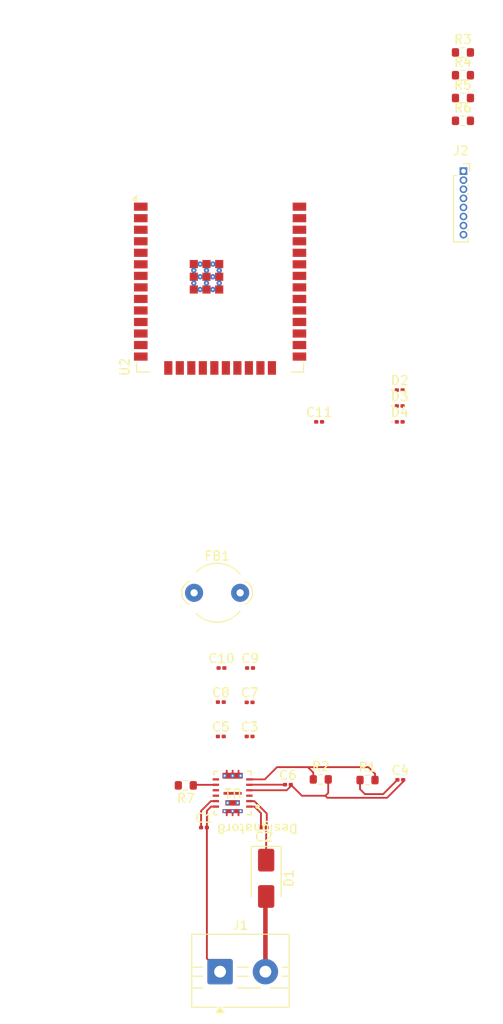
<source format=kicad_pcb>
(kicad_pcb (version 20241229) (generator "pcbnew") (generator_version "9.0")
  (layers (0 "F.Cu" signal) (2 "B.Cu" signal) (13 "F.Paste" user) (15 "B.Paste" user) (5 "F.SilkS" user "F.Silkscreen") (7 "B.SilkS" user "B.Silkscreen") (1 "F.Mask" user) (3 "B.Mask" user) (25 "Edge.Cuts" user))
  (net 0 "")
  (net 1 "+12V")
  (net 2 "GND")
  (net 3 "Net-(U1-VO)")
  (net 4 "+3.3V")
  (net 5 "Net-(U1-NR)")
  (net 6 "/EN")
  (net 7 "Net-(D1-A)")
  (net 8 "Net-(D2-A)")
  (net 9 "Net-(D3-A)")
  (net 10 "Net-(D4-A)")
  (net 11 "/to_SCK")
  (net 12 "/to_MISO")
  (net 13 "/to_NSS")
  (net 15 "/to_MOSI")
  (net 16 "/to_RST")
  (net 17 "Net-(U1-FB)")
  (net 18 "/green")
  (net 19 "/yellow")
  (net 20 "/red")
  (net 21 "/PG")
  (footprint "LED_SMD:LED_0201_0603Metric" (layer "F.Cu") (at 147.059 88.408)
    (property "Reference" "D4" (at 0 -1.05 0) (layer "F.SilkS"))
    (property "Value" "LED")
    (fp_circle (center -0.86 0) (end -0.81 0) (stroke (width 0.1)) (fill no) (layer "F.SilkS"))
    (pad "1" smd roundrect (at -0.32 0) (size 0.46 0.4) (layers "F.Cu" "F.Mask") (net 2 "GND"))
    (pad "2" smd roundrect (at 0.32 0) (size 0.46 0.4) (layers "F.Cu" "F.Mask") (net 10 "Net-(D4-A)"))
  )
  (footprint "Capacitor_SMD:C_0201_0603Metric" (layer "F.Cu") (at 134.7322 128.3716)
    (property "Reference" "C6" (at 0 -1.05 0) (layer "F.SilkS"))
    (property "Value" "470n")
    (pad "1" smd roundrect (at -0.32 0) (size 0.46 0.4) (layers "F.Cu" "F.Mask") (net 5 "Net-(U1-NR)"))
    (pad "2" smd roundrect (at 0.32 0) (size 0.46 0.4) (layers "F.Cu" "F.Mask") (net 2 "GND"))
  )
  (footprint "Resistor_SMD:R_0603_1608Metric" (layer "F.Cu") (at 123.4694 128.4478 180)
    (property "Reference" "R7" (at 0 -1.43 0) (layer "F.SilkS"))
    (property "Value" "10k")
    (fp_line (start -0.237258 0.5225) (end 0.237258 0.5225) (stroke (width 0.12)) (layer "F.SilkS"))
    (fp_line (start -0.237258 -0.5225) (end 0.237258 -0.5225) (stroke (width 0.12)) (layer "F.SilkS"))
    (pad "1" smd roundrect (at -0.825 0 180) (size 0.8 0.95) (layers "F.Cu" "F.Mask" "F.Paste") (net 21 "/PG"))
    (pad "2" smd roundrect (at 0.825 0 180) (size 0.8 0.95) (layers "F.Cu" "F.Mask" "F.Paste") (net 4 "+3.3V"))
  )
  (footprint "Ferrite_THT:LairdTech_28C0236-0JW-10" (layer "F.Cu") (at 124.3838 107.2388)
    (property "Reference" "FB1" (at 2.54 -4.064 0) (layer "F.SilkS"))
    (property "Value" "FerriteBead")
    (fp_arc (start -0.508 1.27) (mid -1.367832 0) (end -0.508 -1.27) (stroke (width 0.12)) (layer "F.SilkS"))
    (fp_arc (start 0.239932 -2.300068) (mid 2.71988 -3.24781) (end 5.08 -2.032) (stroke (width 0.12)) (layer "F.SilkS"))
    (fp_arc (start 5.064465 2.019572) (mid 2.71878 3.227946) (end 0.254 2.286) (stroke (width 0.12)) (layer "F.SilkS"))
    (fp_arc (start 5.588 -1.27) (mid 6.447832 0) (end 5.588 1.27) (stroke (width 0.12)) (layer "F.SilkS"))
    (pad "1" thru_hole circle (at 0 0) (size 2 2) (drill 0.8) (layers "*.Cu" "*.Mask") (net 4 "+3.3V"))
    (pad "2" thru_hole circle (at 5.08 0) (size 2 2) (drill 0.8) (layers "*.Cu" "*.Mask") (net 3 "Net-(U1-VO)"))
  )
  (footprint "Resistor_SMD:R_0603_1608Metric" (layer "F.Cu") (at 138.3538 127.7874)
    (property "Reference" "R2" (at 0 -1.43 0) (layer "F.SilkS"))
    (property "Value" "4.87k")
    (fp_line (start -0.237258 -0.5225) (end 0.237258 -0.5225) (stroke (width 0.12)) (layer "F.SilkS"))
    (fp_line (start -0.237258 0.5225) (end 0.237258 0.5225) (stroke (width 0.12)) (layer "F.SilkS"))
    (pad "1" smd roundrect (at -0.825 0) (size 0.8 0.95) (layers "F.Cu" "F.Mask" "F.Paste") (net 17 "Net-(U1-FB)"))
    (pad "2" smd roundrect (at 0.825 0) (size 0.8 0.95) (layers "F.Cu" "F.Mask" "F.Paste") (net 2 "GND"))
  )
  (footprint "TerminalBlock:TerminalBlock_MaiXu_MX126-5.0-02P_1x02_P5.00mm" (layer "F.Cu") (at 127.25 148.9675)
    (property "Reference" "J1" (at 2.25 -5.12 0) (layer "F.SilkS"))
    (property "Value" "Screw_Terminal_01x02")
    (fp_line (start -3.12 -4.12) (end 7.62 -4.12) (stroke (width 0.12)) (layer "F.SilkS"))
    (fp_line (start -3.12 -0.5) (end -1.88 -0.5) (stroke (width 0.12)) (layer "F.SilkS"))
    (fp_line (start -3.12 0.5) (end -1.88 0.5) (stroke (width 0.12)) (layer "F.SilkS"))
    (fp_line (start -3.12 1.8) (end -1.88 1.8) (stroke (width 0.12)) (layer "F.SilkS"))
    (fp_line (start -3.12 3.92) (end -3.12 -4.12) (stroke (width 0.12)) (layer "F.SilkS"))
    (fp_line (start -0.3 3.92) (end -3.12 3.92) (stroke (width 0.12)) (layer "F.SilkS"))
    (fp_line (start 1.88 -0.5) (end 3.188 -0.5) (stroke (width 0.12)) (layer "F.SilkS"))
    (fp_line (start 1.88 0.5) (end 3.188 0.5) (stroke (width 0.12)) (layer "F.SilkS"))
    (fp_line (start 1.88 1.8) (end 4.457 1.8) (stroke (width 0.12)) (layer "F.SilkS"))
    (fp_line (start 5.543 1.8) (end 7.62 1.8) (stroke (width 0.12)) (layer "F.SilkS"))
    (fp_line (start 6.812 -0.5) (end 7.62 -0.5) (stroke (width 0.12)) (layer "F.SilkS"))
    (fp_line (start 6.812 0.5) (end 7.62 0.5) (stroke (width 0.12)) (layer "F.SilkS"))
    (fp_line (start 7.62 -4.12) (end 7.62 3.92) (stroke (width 0.12)) (layer "F.SilkS"))
    (fp_line (start 7.62 3.92) (end 0.3 3.92) (stroke (width 0.12)) (layer "F.SilkS"))
    (fp_poly (pts (xy 0 3.92) (xy 0.44 4.53) (xy -0.44 4.53)) (stroke (width 0.12)) (fill yes) (layer "F.SilkS"))
    (pad "1" thru_hole roundrect (at 0 0) (size 2.8 2.8) (drill 1.3) (layers "*.Cu" "*.Mask") (roundrect_rratio 0.089286) (net 2 "GND"))
    (pad "2" thru_hole circle (at 5 0) (size 2.8 2.8) (drill 1.3) (layers "*.Cu" "*.Mask") (net 7 "Net-(D1-A)"))
  )
  (footprint "LED_SMD:LED_0201_0603Metric" (layer "F.Cu") (at 147.059 86.658)
    (property "Reference" "D3" (at 0 -1.05 0) (layer "F.SilkS"))
    (property "Value" "LED")
    (fp_circle (center -0.86 0) (end -0.81 0) (stroke (width 0.1)) (fill no) (layer "F.SilkS"))
    (pad "1" smd roundrect (at -0.32 0) (size 0.46 0.4) (layers "F.Cu" "F.Mask") (net 2 "GND"))
    (pad "2" smd roundrect (at 0.32 0) (size 0.46 0.4) (layers "F.Cu" "F.Mask") (net 9 "Net-(D3-A)"))
  )
  (footprint "Capacitor_SMD:C_0201_0603Metric" (layer "F.Cu") (at 130.5052 119.3038)
    (property "Reference" "C7" (at 0 -1.05 0) (layer "F.SilkS"))
    (property "Value" "22u")
    (pad "1" smd roundrect (at -0.32 0) (size 0.46 0.4) (layers "F.Cu" "F.Mask") (net 3 "Net-(U1-VO)"))
    (pad "2" smd roundrect (at 0.32 0) (size 0.46 0.4) (layers "F.Cu" "F.Mask") (net 2 "GND"))
  )
  (footprint "Capacitor_SMD:C_0201_0603Metric" (layer "F.Cu") (at 127.3302 123.063)
    (property "Reference" "C5" (at 0 -1.05 0) (layer "F.SilkS"))
    (property "Value" "22u")
    (pad "1" smd roundrect (at -0.32 0) (size 0.46 0.4) (layers "F.Cu" "F.Mask") (net 3 "Net-(U1-VO)"))
    (pad "2" smd roundrect (at 0.32 0) (size 0.46 0.4) (layers "F.Cu" "F.Mask") (net 2 "GND"))
  )
  (footprint "Capacitor_SMD:C_0201_0603Metric" (layer "F.Cu") (at 130.556 115.5192)
    (property "Reference" "C9" (at 0 -1.05 0) (layer "F.SilkS"))
    (property "Value" "22u")
    (pad "1" smd roundrect (at -0.32 0) (size 0.46 0.4) (layers "F.Cu" "F.Mask") (net 3 "Net-(U1-VO)"))
    (pad "2" smd roundrect (at 0.32 0) (size 0.46 0.4) (layers "F.Cu" "F.Mask") (net 2 "GND"))
  )
  (footprint "LED_SMD:LED_0201_0603Metric" (layer "F.Cu") (at 147.059 84.908)
    (property "Reference" "D2" (at 0 -1.05 0) (layer "F.SilkS"))
    (property "Value" "LED")
    (fp_circle (center -0.86 0) (end -0.81 0) (stroke (width 0.1)) (fill no) (layer "F.SilkS"))
    (pad "1" smd roundrect (at -0.32 0) (size 0.46 0.4) (layers "F.Cu" "F.Mask") (net 2 "GND"))
    (pad "2" smd roundrect (at 0.32 0) (size 0.46 0.4) (layers "F.Cu" "F.Mask") (net 8 "Net-(D2-A)"))
  )
  (footprint "Capacitor_SMD:C_0201_0603Metric" (layer "F.Cu") (at 132.08 133.096 180)
    (property "Reference" "C2" (at 0 -1.05 0) (layer "F.SilkS"))
    (property "Value" "10u")
    (pad "1" smd roundrect (at -0.32 0 180) (size 0.46 0.4) (layers "F.Cu" "F.Mask") (net 1 "+12V"))
    (pad "2" smd roundrect (at 0.32 0 180) (size 0.46 0.4) (layers "F.Cu" "F.Mask") (net 2 "GND"))
  )
  (footprint "Capacitor_SMD:C_0201_0603Metric" (layer "F.Cu") (at 127.4064 115.5192)
    (property "Reference" "C10" (at 0 -1.05 0) (layer "F.SilkS"))
    (property "Value" "22u")
    (pad "1" smd roundrect (at -0.32 0) (size 0.46 0.4) (layers "F.Cu" "F.Mask") (net 3 "Net-(U1-VO)"))
    (pad "2" smd roundrect (at 0.32 0) (size 0.46 0.4) (layers "F.Cu" "F.Mask") (net 2 "GND"))
  )
  (footprint "Capacitor_SMD:C_0201_0603Metric" (layer "F.Cu") (at 130.5052 123.063)
    (property "Reference" "C3" (at 0 -1.05 0) (layer "F.SilkS"))
    (property "Value" "22u")
    (pad "1" smd roundrect (at -0.32 0) (size 0.46 0.4) (layers "F.Cu" "F.Mask") (net 3 "Net-(U1-VO)"))
    (pad "2" smd roundrect (at 0.32 0) (size 0.46 0.4) (layers "F.Cu" "F.Mask") (net 2 "GND"))
  )
  (footprint "Diode_SMD:D_SMA" (layer "F.Cu") (at 132.334 138.684 -90)
    (property "Reference" "D1" (at 0 -2.5 90) (layer "F.SilkS"))
    (property "Value" "D_Schottky")
    (fp_line (start -3.51 1.65) (end 2 1.65) (stroke (width 0.12)) (layer "F.SilkS"))
    (fp_line (start -3.51 -1.65) (end -3.51 1.65) (stroke (width 0.12)) (layer "F.SilkS"))
    (fp_line (start -3.51 -1.65) (end 2 -1.65) (stroke (width 0.12)) (layer "F.SilkS"))
    (pad "1" smd roundrect (at -2 0 270) (size 2.5 1.8) (layers "F.Cu" "F.Mask" "F.Paste") (roundrect_rratio 0.1388888889) (net 1 "+12V"))
    (pad "2" smd roundrect (at 2 0 270) (size 2.5 1.8) (layers "F.Cu" "F.Mask" "F.Paste") (roundrect_rratio 0.1388888889) (net 7 "Net-(D1-A)"))
  )
  (footprint "PPSM82916VCER:VCE0016A-MFG" (layer "F.Cu") (at 128.631999 129.286 180)
    (property "Reference" "U1" (at 0 0 180) (layer "F.SilkS"))
    (property "Value" "PPSM82916VCER")
    (fp_poly (pts (xy 1.074999 1.575001) (xy 1.124999 1.625001) (xy 1.124999 2.174999) (xy 1.074999 2.224999) (xy 0.799998 2.224999) (xy 0.749998 2.274999) (xy 0.750001 2.5) (xy 0.700001 2.55) (xy 0.600001 2.55) (xy 0.549999 2.5) (xy 0.549999 2.274999) (xy 0.499996 2.224999) (xy 0.15 2.224999) (xy 0.099997 2.274999) (xy 0.1 2.5) (xy 0.049997 2.55) (xy -0.05 2.55) (xy -0.1 2.5) (xy -0.1 2.274999) (xy -0.15 2.224999) (xy -0.499999 2.224999) (xy -0.549999 2.274999) (xy -0.549999 2.5) (xy -0.599999 2.55) (xy -0.699999 2.55) (xy -0.750001 2.5) (xy -0.750001 2.274999) (xy -0.800001 2.224999) (xy -1.074999 2.224999) (xy -1.124999 2.174999) (xy -1.124999 1.625001) (xy -1.074999 1.574998)) (fill yes) (layer "F.Cu"))
    (fp_poly (pts (xy -1.074999 -1.778) (xy -1.124999 -1.828) (xy -1.124999 -2.174999) (xy -1.074999 -2.224999) (xy -0.799998 -2.224999) (xy -0.749998 -2.274999) (xy -0.750001 -2.5) (xy -0.700001 -2.55) (xy -0.600001 -2.55) (xy -0.549999 -2.5) (xy -0.549999 -2.274999) (xy -0.499999 -2.224999) (xy -0.15 -2.224999) (xy -0.099997 -2.274999) (xy -0.1 -2.5) (xy -0.05 -2.55) (xy 0.05 -2.55) (xy 0.1 -2.5) (xy 0.1 -2.274999) (xy 0.149997 -2.224999) (xy 0.499999 -2.224999) (xy 0.549999 -2.274999) (xy 0.549999 -2.5) (xy 0.599999 -2.55) (xy 0.699999 -2.55) (xy 0.750001 -2.5) (xy 0.750001 -2.274999) (xy 0.800001 -2.224999) (xy 1.074999 -2.224999) (xy 1.124999 -2.174999) (xy 1.124999 -1.828) (xy 1.074999 -1.778)) (fill yes) (layer "F.Cu"))
    (fp_line (start 2.050001 2.4) (end 2.050001 2.000001) (stroke (width 0.15)) (layer "F.SilkS"))
    (fp_line (start 2.050001 -2.000001) (end 2.050001 -2.4) (stroke (width 0.15)) (layer "F.SilkS"))
    (fp_line (start 1.625001 2.4) (end 2.050001 2.4) (stroke (width 0.15)) (layer "F.SilkS"))
    (fp_line (start 1.625001 -2.4) (end 2.050001 -2.4) (stroke (width 0.15)) (layer "F.SilkS"))
    (fp_line (start -2.049998 2.4) (end -1.625001 2.4) (stroke (width 0.15)) (layer "F.SilkS"))
    (fp_line (start -2.049998 2.4) (end -2.049998 2.000001) (stroke (width 0.15)) (layer "F.SilkS"))
    (fp_line (start -2.049998 -2.000001) (end -2.049998 -2.4) (stroke (width 0.15)) (layer "F.SilkS"))
    (fp_line (start -2.049998 -2.4) (end -1.625001 -2.4) (stroke (width 0.15)) (layer "F.SilkS"))
    (fp_circle (center -2.75 -1.5) (end -2.624999 -1.5) (stroke (width 0.25)) (fill no) (layer "F.SilkS"))
    (fp_text user "Designator8" (at -2.7432 -3.9116 180) (layer "F.SilkS"))
    (pad "1" smd rect (at -1.849999 -1.5 180) (size 0.700001 0.249999) (layers "F.Cu" "F.Mask" "F.Paste") (net 2 "GND"))
    (pad "2" smd rect (at -1.849999 -0.900001 180) (size 0.700001 0.249999) (layers "F.Cu" "F.Mask" "F.Paste") (net 1 "+12V"))
    (pad "3" smd rect (at -1.849999 -0.299999 180) (size 0.700001 0.249999) (layers "F.Cu" "F.Mask" "F.Paste"))
    (pad "4" smd rect (at -1.849999 0.299999 180) (size 0.700001 0.249999) (layers "F.Cu" "F.Mask" "F.Paste") (net 2 "GND"))
    (pad "5" smd rect (at -1.849999 0.900001 180) (size 0.700001 0.249999) (layers "F.Cu" "F.Mask" "F.Paste") (net 5 "Net-(U1-NR)"))
    (pad "6" smd rect (at -1.849999 1.5 180) (size 0.700001 0.249999) (layers "F.Cu" "F.Mask" "F.Paste") (net 17 "Net-(U1-FB)"))
    (pad "7" smd circle (at -0.028123 1.940626 180) (size 0.550667 0.550667) (layers "F.Cu" "F.Mask") (net 3 "Net-(U1-VO)"))
    (pad "8" smd rect (at 1.849999 1.5 180) (size 0.700001 0.249999) (layers "F.Cu" "F.Mask" "F.Paste") (net 3 "Net-(U1-VO)"))
    (pad "9" smd rect (at 1.849999 0.900001 180) (size 0.700001 0.249999) (layers "F.Cu" "F.Mask" "F.Paste") (net 21 "/PG"))
    (pad "10" smd rect (at 1.849999 0.299999 180) (size 0.700001 0.249999) (layers "F.Cu" "F.Mask" "F.Paste") (net 2 "GND"))
    (pad "11" smd rect (at 1.849999 -0.299999 180) (size 0.700001 0.249999) (layers "F.Cu" "F.Mask" "F.Paste") (net 1 "+12V"))
    (pad "12" smd rect (at 1.849999 -0.900001 180) (size 0.700001 0.249999) (layers "F.Cu" "F.Mask" "F.Paste") (net 1 "+12V"))
    (pad "13" smd rect (at 1.849999 -1.5 180) (size 0.700001 0.249999) (layers "F.Cu" "F.Mask" "F.Paste") (net 2 "GND"))
    (pad "14" smd circle (at 0.660253 -2.019249 180) (size 0.434251 0.434251) (layers "F.Cu" "F.Mask"))
    (pad "15" smd rect (at 0 -1.09 180) (size 1.599999 0.599999) (layers "F.Cu" "F.Mask") (net 2 "GND"))
    (pad "16" smd rect (at 0 -0.04 180) (size 2.000001 0.299999) (layers "F.Cu" "F.Mask") (net 1 "+12V"))
    (pad "17" thru_hole circle (at -0.549999 -1.09 180) (size 0.499999 0.499999) (drill 0.2032) (layers "*.Cu" "*.Mask"))
    (pad "18" thru_hole circle (at 0.549999 -1.09 180) (size 0.499999 0.499999) (drill 0.2032) (layers "*.Cu" "*.Mask"))
    (pad "19" thru_hole circle (at -0.875 -2.002 180) (size 0.446999 0.446999) (drill 0.2032) (layers "*.Cu" "*.Mask"))
    (pad "20" thru_hole circle (at 0 -2.002 180) (size 0.446999 0.446999) (drill 0.2032) (layers "*.Cu" "*.Mask"))
    (pad "21" thru_hole circle (at 0.875 -2.002 180) (size 0.446999 0.446999) (drill 0.2032) (layers "*.Cu" "*.Mask"))
    (pad "22" thru_hole circle (at -0.875 1.899999 180) (size 0.499999 0.499999) (drill 0.2032) (layers "*.Cu" "*.Mask"))
    (pad "23" thru_hole circle (at 0 1.899999 180) (size 0.499999 0.499999) (drill 0.2032) (layers "*.Cu" "*.Mask"))
    (pad "24" thru_hole circle (at 0.875 1.899999 180) (size 0.499999 0.499999) (drill 0.2032) (layers "*.Cu" "*.Mask"))
  )
  (footprint "Resistor_SMD:R_0603_1608Metric" (layer "F.Cu") (at 143.51 127.8636)
    (property "Reference" "R1" (at 0 -1.43 0) (layer "F.SilkS"))
    (property "Value" "15.2k")
    (fp_line (start -0.237258 -0.5225) (end 0.237258 -0.5225) (stroke (width 0.12)) (layer "F.SilkS"))
    (fp_line (start -0.237258 0.5225) (end 0.237258 0.5225) (stroke (width 0.12)) (layer "F.SilkS"))
    (pad "1" smd roundrect (at -0.825 0) (size 0.8 0.95) (layers "F.Cu" "F.Mask" "F.Paste") (net 4 "+3.3V"))
    (pad "2" smd roundrect (at 0.825 0) (size 0.8 0.95) (layers "F.Cu" "F.Mask" "F.Paste") (net 17 "Net-(U1-FB)"))
  )
  (footprint "Capacitor_SMD:C_0201_0603Metric" (layer "F.Cu") (at 127.3302 119.2784)
    (property "Reference" "C8" (at 0 -1.05 0) (layer "F.SilkS"))
    (property "Value" "22u")
    (pad "1" smd roundrect (at -0.32 0) (size 0.46 0.4) (layers "F.Cu" "F.Mask") (net 3 "Net-(U1-VO)"))
    (pad "2" smd roundrect (at 0.32 0) (size 0.46 0.4) (layers "F.Cu" "F.Mask") (net 2 "GND"))
  )
  (footprint "RF_Module:ESP32-WROOM-32E" (layer "F.Cu") (at 127.254 69.968)
    (property "Reference" "U2" (at -10.5 13.5 90) (layer "F.SilkS") (effects (justify left)))
    (property "Value" "ESP32-WROOM-32E")
    (fp_line (start -9.2 12.95) (end -9.2 12) (stroke (width 0.12)) (layer "F.SilkS"))
    (fp_line (start -7.8 12.95) (end -9.2 12.95) (stroke (width 0.12)) (layer "F.SilkS"))
    (fp_line (start 7.8 12.95) (end 9.2 12.95) (stroke (width 0.12)) (layer "F.SilkS"))
    (fp_line (start 9.2 12.95) (end 9.2 12) (stroke (width 0.12)) (layer "F.SilkS"))
    (fp_poly (pts (xy -9.2 -6) (xy -9.7 -6) (xy -9.2 -6.5) (xy -9.2 -6)) (stroke (width 0.12)) (fill yes) (layer "F.SilkS"))
    (pad "1" smd rect (at -8.75 -5.26) (size 1.5 0.9) (layers "F.Cu" "F.Mask" "F.Paste") (net 2 "GND"))
    (pad "2" smd rect (at -8.75 -3.99) (size 1.5 0.9) (layers "F.Cu" "F.Mask" "F.Paste") (net 4 "+3.3V"))
    (pad "3" smd rect (at -8.75 -2.72) (size 1.5 0.9) (layers "F.Cu" "F.Mask" "F.Paste") (net 6 "/EN"))
    (pad "4" smd rect (at -8.75 -1.45) (size 1.5 0.9) (layers "F.Cu" "F.Mask" "F.Paste") (net 2 "GND"))
    (pad "5" smd rect (at -8.75 -0.18) (size 1.5 0.9) (layers "F.Cu" "F.Mask" "F.Paste") (net 2 "GND"))
    (pad "6" smd rect (at -8.75 1.09) (size 1.5 0.9) (layers "F.Cu" "F.Mask" "F.Paste"))
    (pad "7" smd rect (at -8.75 2.36) (size 1.5 0.9) (layers "F.Cu" "F.Mask" "F.Paste"))
    (pad "8" smd rect (at -8.75 3.63) (size 1.5 0.9) (layers "F.Cu" "F.Mask" "F.Paste") (net 20 "/red"))
    (pad "9" smd rect (at -8.75 4.9) (size 1.5 0.9) (layers "F.Cu" "F.Mask" "F.Paste"))
    (pad "10" smd rect (at -8.75 6.17) (size 1.5 0.9) (layers "F.Cu" "F.Mask" "F.Paste") (net 16 "/to_RST"))
    (pad "11" smd rect (at -8.75 7.44) (size 1.5 0.9) (layers "F.Cu" "F.Mask" "F.Paste") (net 18 "/green"))
    (pad "12" smd rect (at -8.75 8.71) (size 1.5 0.9) (layers "F.Cu" "F.Mask" "F.Paste") (net 19 "/yellow"))
    (pad "13" smd rect (at -8.75 9.98) (size 1.5 0.9) (layers "F.Cu" "F.Mask" "F.Paste"))
    (pad "14" smd rect (at -8.75 11.25) (size 1.5 0.9) (layers "F.Cu" "F.Mask" "F.Paste"))
    (pad "15" smd rect (at -5.715 12.5 90) (size 1.5 0.9) (layers "F.Cu" "F.Mask" "F.Paste") (net 2 "GND"))
    (pad "16" smd rect (at -4.445 12.5 90) (size 1.5 0.9) (layers "F.Cu" "F.Mask" "F.Paste"))
    (pad "17" smd rect (at -3.175 12.5 90) (size 1.5 0.9) (layers "F.Cu" "F.Mask" "F.Paste"))
    (pad "18" smd rect (at -1.905 12.5 90) (size 1.5 0.9) (layers "F.Cu" "F.Mask" "F.Paste"))
    (pad "19" smd rect (at -0.635 12.5 90) (size 1.5 0.9) (layers "F.Cu" "F.Mask" "F.Paste"))
    (pad "20" smd rect (at 0.635 12.5 90) (size 1.5 0.9) (layers "F.Cu" "F.Mask" "F.Paste"))
    (pad "21" smd rect (at 1.905 12.5 90) (size 1.5 0.9) (layers "F.Cu" "F.Mask" "F.Paste"))
    (pad "22" smd rect (at 3.175 12.5 90) (size 1.5 0.9) (layers "F.Cu" "F.Mask" "F.Paste"))
    (pad "23" smd rect (at 4.445 12.5 90) (size 1.5 0.9) (layers "F.Cu" "F.Mask" "F.Paste"))
    (pad "24" smd rect (at 5.715 12.5 90) (size 1.5 0.9) (layers "F.Cu" "F.Mask" "F.Paste"))
    (pad "25" smd rect (at 8.75 11.25) (size 1.5 0.9) (layers "F.Cu" "F.Mask" "F.Paste"))
    (pad "26" smd rect (at 8.75 9.98) (size 1.5 0.9) (layers "F.Cu" "F.Mask" "F.Paste"))
    (pad "27" smd rect (at 8.75 8.71) (size 1.5 0.9) (layers "F.Cu" "F.Mask" "F.Paste"))
    (pad "28" smd rect (at 8.75 7.44) (size 1.5 0.9) (layers "F.Cu" "F.Mask" "F.Paste"))
    (pad "29" smd rect (at 8.75 6.17) (size 1.5 0.9) (layers "F.Cu" "F.Mask" "F.Paste") (net 13 "/to_NSS"))
    (pad "30" smd rect (at 8.75 4.9) (size 1.5 0.9) (layers "F.Cu" "F.Mask" "F.Paste") (net 11 "/to_SCK"))
    (pad "31" smd rect (at 8.75 3.63) (size 1.5 0.9) (layers "F.Cu" "F.Mask" "F.Paste") (net 12 "/to_MISO"))
    (pad "32" smd rect (at 8.75 2.36) (size 1.5 0.9) (layers "F.Cu" "F.Mask" "F.Paste"))
    (pad "33" smd rect (at 8.75 1.09) (size 1.5 0.9) (layers "F.Cu" "F.Mask" "F.Paste"))
    (pad "34" smd rect (at 8.75 -0.18) (size 1.5 0.9) (layers "F.Cu" "F.Mask" "F.Paste"))
    (pad "35" smd rect (at 8.75 -1.45) (size 1.5 0.9) (layers "F.Cu" "F.Mask" "F.Paste"))
    (pad "36" smd rect (at 8.75 -2.72) (size 1.5 0.9) (layers "F.Cu" "F.Mask" "F.Paste"))
    (pad "37" smd rect (at 8.75 -3.99) (size 1.5 0.9) (layers "F.Cu" "F.Mask" "F.Paste") (net 15 "/to_MOSI"))
    (pad "38" smd rect (at 8.75 -5.26) (size 1.5 0.9) (layers "F.Cu" "F.Mask" "F.Paste") (net 2 "GND"))
    (pad "39" smd rect (at -2.9 1.06) (size 0.9 0.9) (property pad_prop_heatsink) (layers "F.Cu" "F.Mask" "F.Paste") (net 2 "GND"))
    (pad "39" thru_hole circle (at -2.9 1.76) (size 0.6 0.6) (drill 0.2) (property pad_prop_heatsink) (layers "*.Cu" "*.Mask") (net 2 "GND"))
    (pad "39" smd rect (at -2.9 2.46) (size 0.9 0.9) (property pad_prop_heatsink) (layers "F.Cu" "F.Mask" "F.Paste") (net 2 "GND"))
    (pad "39" thru_hole circle (at -2.9 3.16) (size 0.6 0.6) (drill 0.2) (property pad_prop_heatsink) (layers "*.Cu" "*.Mask") (net 2 "GND"))
    (pad "39" smd rect (at -2.9 3.86) (size 0.9 0.9) (property pad_prop_heatsink) (layers "F.Cu" "F.Mask" "F.Paste") (net 2 "GND"))
    (pad "39" thru_hole circle (at -2.2 1.06) (size 0.6 0.6) (drill 0.2) (property pad_prop_heatsink) (layers "*.Cu" "*.Mask") (net 2 "GND"))
    (pad "39" thru_hole circle (at -2.2 2.46) (size 0.6 0.6) (drill 0.2) (property pad_prop_heatsink) (layers "*.Cu" "*.Mask") (net 2 "GND"))
    (pad "39" thru_hole circle (at -2.2 3.86) (size 0.6 0.6) (drill 0.2) (property pad_prop_heatsink) (layers "*.Cu" "*.Mask") (net 2 "GND"))
    (pad "39" smd rect (at -1.5 1.06) (size 0.9 0.9) (property pad_prop_heatsink) (layers "F.Cu" "F.Mask" "F.Paste") (net 2 "GND"))
    (pad "39" thru_hole circle (at -1.5 1.76) (size 0.6 0.6) (drill 0.2) (property pad_prop_heatsink) (layers "*.Cu" "*.Mask") (net 2 "GND"))
    (pad "39" smd rect (at -1.5 2.46) (size 0.9 0.9) (property pad_prop_heatsink) (layers "F.Cu" "F.Mask" "F.Paste") (net 2 "GND"))
    (pad "39" thru_hole circle (at -1.5 3.16) (size 0.6 0.6) (drill 0.2) (property pad_prop_heatsink) (layers "*.Cu" "*.Mask") (net 2 "GND"))
    (pad "39" smd rect (at -1.5 3.86) (size 0.9 0.9) (property pad_prop_heatsink) (layers "F.Cu" "F.Mask" "F.Paste") (net 2 "GND"))
    (pad "39" thru_hole circle (at -0.8 1.06) (size 0.6 0.6) (drill 0.2) (property pad_prop_heatsink) (layers "*.Cu" "*.Mask") (net 2 "GND"))
    (pad "39" thru_hole circle (at -0.8 2.46) (size 0.6 0.6) (drill 0.2) (property pad_prop_heatsink) (layers "*.Cu" "*.Mask") (net 2 "GND"))
    (pad "39" thru_hole circle (at -0.8 3.86) (size 0.6 0.6) (drill 0.2) (property pad_prop_heatsink) (layers "*.Cu" "*.Mask") (net 2 "GND"))
    (pad "39" smd rect (at -0.1 1.06) (size 0.9 0.9) (property pad_prop_heatsink) (layers "F.Cu" "F.Mask" "F.Paste") (net 2 "GND"))
    (pad "39" thru_hole circle (at -0.1 1.76) (size 0.6 0.6) (drill 0.2) (property pad_prop_heatsink) (layers "*.Cu" "*.Mask") (net 2 "GND"))
    (pad "39" smd rect (at -0.1 2.46) (size 0.9 0.9) (property pad_prop_heatsink) (layers "F.Cu" "F.Mask" "F.Paste") (net 2 "GND"))
    (pad "39" thru_hole circle (at -0.1 3.16) (size 0.6 0.6) (drill 0.2) (property pad_prop_heatsink) (layers "*.Cu" "*.Mask") (net 2 "GND"))
    (pad "39" smd rect (at -0.1 3.86) (size 0.9 0.9) (property pad_prop_heatsink) (layers "F.Cu" "F.Mask" "F.Paste") (net 2 "GND"))
  )
  (footprint "Resistor_SMD:R_0603_1608Metric" (layer "F.Cu") (at 154.034 50.228)
    (property "Reference" "R4" (at 0 -1.43 0) (layer "F.SilkS"))
    (property "Value" "100")
    (fp_line (start -0.237258 -0.5225) (end 0.237258 -0.5225) (stroke (width 0.12)) (layer "F.SilkS"))
    (fp_line (start -0.237258 0.5225) (end 0.237258 0.5225) (stroke (width 0.12)) (layer "F.SilkS"))
    (pad "1" smd roundrect (at -0.825 0) (size 0.8 0.95) (layers "F.Cu" "F.Mask" "F.Paste") (net 19 "/yellow"))
    (pad "2" smd roundrect (at 0.825 0) (size 0.8 0.95) (layers "F.Cu" "F.Mask" "F.Paste") (net 9 "Net-(D3-A)"))
  )
  (footprint "Capacitor_SMD:C_0201_0603Metric" (layer "F.Cu") (at 125.476 133.096)
    (property "Reference" "C1" (at 0 -1.05 0) (layer "F.SilkS"))
    (property "Value" "10u")
    (pad "1" smd roundrect (at -0.32 0) (size 0.46 0.4) (layers "F.Cu" "F.Mask") (net 1 "+12V"))
    (pad "2" smd roundrect (at 0.32 0) (size 0.46 0.4) (layers "F.Cu" "F.Mask") (net 2 "GND"))
  )
  (footprint "Capacitor_SMD:C_0201_0603Metric" (layer "F.Cu") (at 147.127 127.8382)
    (property "Reference" "C4" (at 0 -1.05 0) (layer "F.SilkS"))
    (property "Value" "22u")
    (pad "1" smd roundrect (at -0.32 0) (size 0.46 0.4) (layers "F.Cu" "F.Mask") (net 4 "+3.3V"))
    (pad "2" smd roundrect (at 0.32 0) (size 0.46 0.4) (layers "F.Cu" "F.Mask") (net 2 "GND"))
  )
  (footprint "Capacitor_SMD:C_0201_0603Metric" (layer "F.Cu") (at 138.174 88.408)
    (property "Reference" "C11" (at 0 -1.05 0) (layer "F.SilkS"))
    (property "Value" "1u")
    (pad "1" smd roundrect (at -0.32 0) (size 0.46 0.4) (layers "F.Cu" "F.Mask") (net 6 "/EN"))
    (pad "2" smd roundrect (at 0.32 0) (size 0.46 0.4) (layers "F.Cu" "F.Mask") (net 2 "GND"))
  )
  (footprint "Resistor_SMD:R_0603_1608Metric" (layer "F.Cu") (at 154.034 55.248)
    (property "Reference" "R6" (at 0 -1.43 0) (layer "F.SilkS"))
    (property "Value" "10k")
    (fp_line (start -0.237258 -0.5225) (end 0.237258 -0.5225) (stroke (width 0.12)) (layer "F.SilkS"))
    (fp_line (start -0.237258 0.5225) (end 0.237258 0.5225) (stroke (width 0.12)) (layer "F.SilkS"))
    (pad "1" smd roundrect (at -0.825 0) (size 0.8 0.95) (layers "F.Cu" "F.Mask" "F.Paste") (net 4 "+3.3V"))
    (pad "2" smd roundrect (at 0.825 0) (size 0.8 0.95) (layers "F.Cu" "F.Mask" "F.Paste") (net 6 "/EN"))
  )
  (footprint "Resistor_SMD:R_0603_1608Metric" (layer "F.Cu") (at 154.034 47.718)
    (property "Reference" "R3" (at 0 -1.43 0) (layer "F.SilkS"))
    (property "Value" "50")
    (fp_line (start -0.237258 -0.5225) (end 0.237258 -0.5225) (stroke (width 0.12)) (layer "F.SilkS"))
    (fp_line (start -0.237258 0.5225) (end 0.237258 0.5225) (stroke (width 0.12)) (layer "F.SilkS"))
    (pad "1" smd roundrect (at -0.825 0) (size 0.8 0.95) (layers "F.Cu" "F.Mask" "F.Paste") (net 18 "/green"))
    (pad "2" smd roundrect (at 0.825 0) (size 0.8 0.95) (layers "F.Cu" "F.Mask" "F.Paste") (net 8 "Net-(D2-A)"))
  )
  (footprint "Connector_PinSocket_1.00mm:PinSocket_1x08_P1.00mm_Vertical" (layer "F.Cu") (at 154.094 60.788)
    (property "Reference" "J2" (at -0.29 -2.25 0) (layer "F.SilkS"))
    (property "Value" "Conn_01x08")
    (fp_line (start -1.1 0.5) (end -1.1 7.81) (stroke (width 0.12)) (layer "F.SilkS"))
    (fp_line (start -1.1 0.5) (end -0.685 0.5) (stroke (width 0.12)) (layer "F.SilkS"))
    (fp_line (start -1.1 7.81) (end 0.52 7.81) (stroke (width 0.12)) (layer "F.SilkS"))
    (fp_line (start 0 -0.81) (end 0.685 -0.81) (stroke (width 0.12)) (layer "F.SilkS"))
    (fp_line (start 0.52 1.445898) (end 0.52 1.554102) (stroke (width 0.12)) (layer "F.SilkS"))
    (fp_line (start 0.52 2.445898) (end 0.52 2.554102) (stroke (width 0.12)) (layer "F.SilkS"))
    (fp_line (start 0.52 3.445898) (end 0.52 3.554102) (stroke (width 0.12)) (layer "F.SilkS"))
    (fp_line (start 0.52 4.445898) (end 0.52 4.554102) (stroke (width 0.12)) (layer "F.SilkS"))
    (fp_line (start 0.52 5.445898) (end 0.52 5.554102) (stroke (width 0.12)) (layer "F.SilkS"))
    (fp_line (start 0.52 6.445898) (end 0.52 6.554102) (stroke (width 0.12)) (layer "F.SilkS"))
    (fp_line (start 0.52 7.445898) (end 0.52 7.81) (stroke (width 0.12)) (layer "F.SilkS"))
    (fp_line (start 0.685 -0.81) (end 0.685 0) (stroke (width 0.12)) (layer "F.SilkS"))
    (pad "1" thru_hole rect (at 0 0) (size 0.85 0.85) (drill 0.5) (layers "*.Cu" "*.Mask") (net 4 "+3.3V"))
    (pad "2" thru_hole circle (at 0 1) (size 0.85 0.85) (drill 0.5) (layers "*.Cu" "*.Mask") (net 16 "/to_RST"))
    (pad "3" thru_hole circle (at 0 2) (size 0.85 0.85) (drill 0.5) (layers "*.Cu" "*.Mask") (net 2 "GND"))
    (pad "4" thru_hole circle (at 0 3) (size 0.85 0.85) (drill 0.5) (layers "*.Cu" "*.Mask") (net 12 "/to_MISO"))
    (pad "5" thru_hole circle (at 0 4) (size 0.85 0.85) (drill 0.5) (layers "*.Cu" "*.Mask") (net 15 "/to_MOSI"))
    (pad "6" thru_hole circle (at 0 5) (size 0.85 0.85) (drill 0.5) (layers "*.Cu" "*.Mask") (net 11 "/to_SCK"))
    (pad "7" thru_hole circle (at 0 6) (size 0.85 0.85) (drill 0.5) (layers "*.Cu" "*.Mask") (net 13 "/to_NSS"))
    (pad "8" thru_hole circle (at 0 7) (size 0.85 0.85) (drill 0.5) (layers "*.Cu" "*.Mask"))
  )
  (footprint "Resistor_SMD:R_0603_1608Metric" (layer "F.Cu") (at 154.034 52.738)
    (property "Reference" "R5" (at 0 -1.43 0) (layer "F.SilkS"))
    (property "Value" "100")
    (fp_line (start -0.237258 -0.5225) (end 0.237258 -0.5225) (stroke (width 0.12)) (layer "F.SilkS"))
    (fp_line (start -0.237258 0.5225) (end 0.237258 0.5225) (stroke (width 0.12)) (layer "F.SilkS"))
    (pad "1" smd roundrect (at -0.825 0) (size 0.8 0.95) (layers "F.Cu" "F.Mask" "F.Paste") (net 20 "/red"))
    (pad "2" smd roundrect (at 0.825 0) (size 0.8 0.95) (layers "F.Cu" "F.Mask" "F.Paste") (net 10 "Net-(D4-A)"))
  )
  (segment (start 132.334 136.684) (end 132.334 133.162) (width 0.2) (layer "F.Cu") (net 1))
  (segment (start 132.4 131.554003) (end 131.031998 130.186001) (width 0.2) (layer "F.Cu") (net 1))
  (segment (start 126.782 130.186001) (end 126.232 130.186001) (width 0.2) (layer "F.Cu") (net 1))
  (segment (start 125.156 131.262001) (end 125.156 133.096) (width 0.2) (layer "F.Cu") (net 1))
  (segment (start 131.031998 130.186001) (end 130.481998 130.186001) (width 0.2) (layer "F.Cu") (net 1))
  (segment (start 126.232 130.186001) (end 125.156 131.262001) (width 0.2) (layer "F.Cu") (net 1))
  (segment (start 132.334 133.162) (end 132.4 133.096) (width 0.2) (layer "F.Cu") (net 1))
  (segment (start 132.4 133.096) (end 132.4 131.554003) (width 0.2) (layer "F.Cu") (net 1))
  (segment (start 134.597669 128.986001) (end 130.481998 128.986001) (width 0.2) (layer "F.Cu") (net 2))
  (segment (start 125.796 133.096) (end 125.796 147.5135) (width 0.2) (layer "F.Cu") (net 2))
  (segment (start 131.04 130.786) (end 130.481998 130.786) (width 0.2) (layer "F.Cu") (net 2))
  (segment (start 135.0522 128.53147) (end 134.597669 128.986001) (width 0.2) (layer "F.Cu") (net 2))
  (segment (start 126.262 130.786) (end 126.782 130.786) (width 0.2) (layer "F.Cu") (net 2))
  (segment (start 125.796 131.252) (end 126.262 130.786) (width 0.2) (layer "F.Cu") (net 2))
  (segment (start 136.2714 129.5908) (end 135.0522 128.3716) (width 0.2) (layer "F.Cu") (net 2))
  (segment (start 139.1788 127.7874) (end 139.1788 129.2738) (width 0.2) (layer "F.Cu") (net 2))
  (segment (start 125.796 147.5135) (end 127.25 148.9675) (width 0.2) (layer "F.Cu") (net 2))
  (segment (start 147.447 127.8382) (end 147.447 128.038199) (width 0.2) (layer "F.Cu") (net 2))
  (segment (start 125.796 133.096) (end 125.796 131.252) (width 0.2) (layer "F.Cu") (net 2))
  (segment (start 139.085 129.814) (end 138.8618 129.5908) (width 0.2) (layer "F.Cu") (net 2))
  (segment (start 131.76 131.506) (end 131.04 130.786) (width 0.2) (layer "F.Cu") (net 2))
  (segment (start 135.0522 128.3716) (end 135.0522 128.53147) (width 0.2) (layer "F.Cu") (net 2))
  (segment (start 147.447 128.038199) (end 145.671199 129.814) (width 0.2) (layer "F.Cu") (net 2))
  (segment (start 131.76 133.096) (end 131.76 131.506) (width 0.2) (layer "F.Cu") (net 2))
  (segment (start 139.1788 129.2738) (end 138.8618 129.5908) (width 0.2) (layer "F.Cu") (net 2))
  (segment (start 138.8618 129.5908) (end 136.2714 129.5908) (width 0.2) (layer "F.Cu") (net 2))
  (segment (start 145.671199 129.814) (end 139.085 129.814) (width 0.2) (layer "F.Cu") (net 2))
  (segment (start 145.2322 129.413) (end 143.2306 129.413) (width 0.2) (layer "F.Cu") (net 4))
  (segment (start 142.685 128.8674) (end 142.685 127.8636) (width 0.2) (layer "F.Cu") (net 4))
  (segment (start 146.807 127.8382) (end 145.2322 129.413) (width 0.2) (layer "F.Cu") (net 4))
  (segment (start 143.2306 129.413) (end 142.685 128.8674) (width 0.2) (layer "F.Cu") (net 4))
  (segment (start 130.496397 128.3716) (end 130.481998 128.385999) (width 0.2) (layer "F.Cu") (net 5))
  (segment (start 134.4122 128.3716) (end 130.496397 128.3716) (width 0.2) (layer "F.Cu") (net 5))
  (segment (start 132.25 148.9675) (end 132.25 140.768) (width 0.5) (layer "F.Cu") (net 7))
  (segment (start 132.25 140.768) (end 132.334 140.684) (width 0.2) (layer "F.Cu") (net 7))
  (segment (start 137.5288 127.7874) (end 137.5288 127.0386) (width 0.2) (layer "F.Cu") (net 17))
  (segment (start 132.1816 127.7874) (end 132.1802 127.786) (width 0.2) (layer "F.Cu") (net 17))
  (segment (start 137.5288 127.0386) (end 136.9314 126.4412) (width 0.2) (layer "F.Cu") (net 17))
  (segment (start 132.1802 127.786) (end 130.481998 127.786) (width 0.2) (layer "F.Cu") (net 17))
  (segment (start 143.6116 126.4412) (end 144.335 127.1646) (width 0.2) (layer "F.Cu") (net 17))
  (segment (start 136.9314 126.4412) (end 143.6116 126.4412) (width 0.2) (layer "F.Cu") (net 17))
  (segment (start 144.335 127.1646) (end 144.335 127.8636) (width 0.2) (layer "F.Cu") (net 17))
  (segment (start 133.5278 126.4412) (end 132.1816 127.7874) (width 0.2) (layer "F.Cu") (net 17))
  (segment (start 136.9314 126.4412) (end 133.5278 126.4412) (width 0.2) (layer "F.Cu") (net 17))
  (segment (start 126.782 128.385999) (end 124.356201 128.385999) (width 0.2) (layer "F.Cu") (net 21))
  (segment (start 124.356201 128.385999) (end 124.2944 128.4478) (width 0.2) (layer "F.Cu") (net 21))
)
</source>
